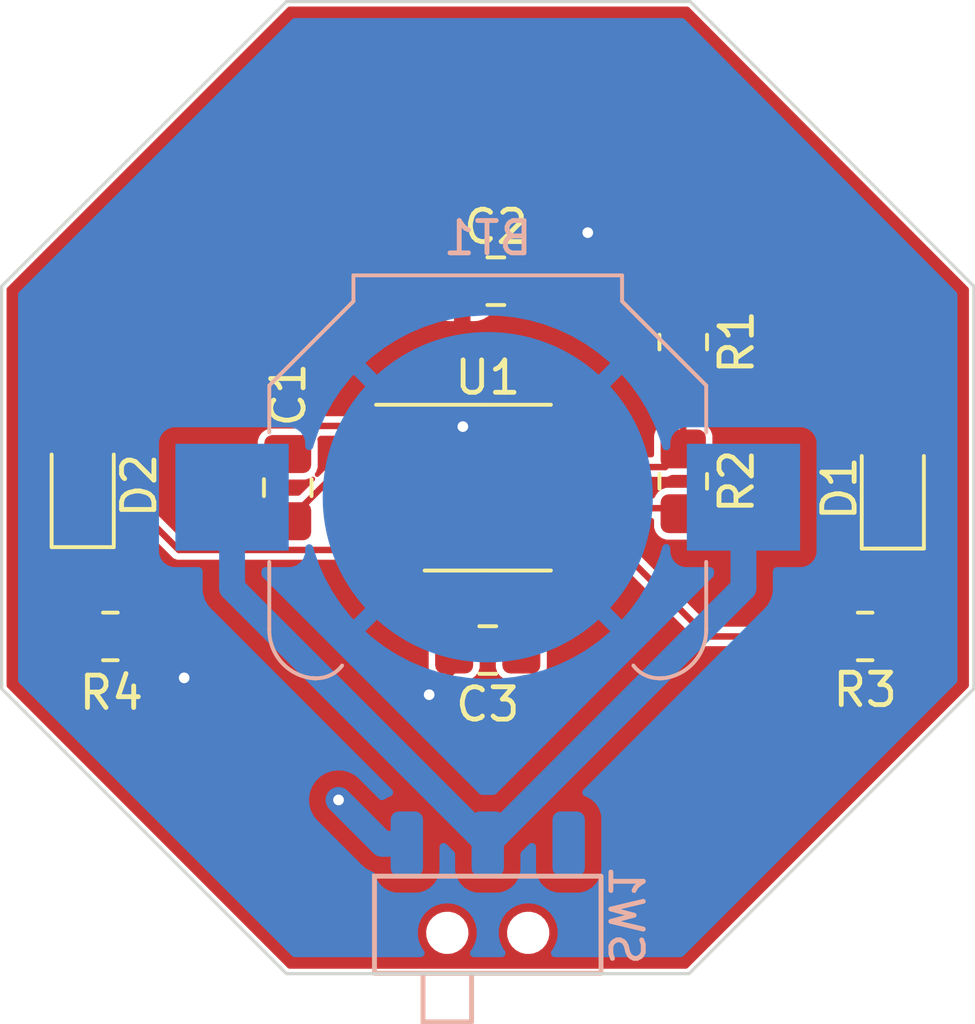
<source format=kicad_pcb>
(kicad_pcb (version 20211014) (generator pcbnew)
  (layers (0 "F.Cu" signal) (31 "B.Cu" signal) (34 "B.Paste" user) (35 "F.Paste" user) (36 "B.SilkS" user "B.Silkscreen") (37 "F.SilkS" user "F.Silkscreen") (38 "B.Mask" user) (39 "F.Mask" user) (44 "Edge.Cuts" user))
  (net 0 "")
  (net 1 "Net-(BT1-Pad1)")
  (net 2 "GND")
  (net 3 "Net-(C1-Pad1)")
  (net 4 "/VCC")
  (net 5 "Net-(C3-Pad1)")
  (net 6 "Net-(D1-Pad1)")
  (net 7 "Net-(D2-Pad1)")
  (net 8 "Net-(D2-Pad2)")
  (net 9 "Net-(R1-Pad2)")
  (footprint "Resistor_SMD:R_0805_2012Metric_Pad1.20x1.40mm_HandSolder" (layer "F.Cu") (at 204.71 58.29 180)
    (fp_text reference "R3" (at 0 -1.65) (layer "F.SilkS"))
    (fp_text value "200Ω")
    (fp_line (start -0.227064 0.735) (end 0.227064 0.735) (layer "F.SilkS") (width 0.12))
    (fp_line (start -0.227064 -0.735) (end 0.227064 -0.735) (layer "F.SilkS") (width 0.12))
    (pad "1" smd roundrect (at -1 0 180) (size 1.2 1.4) (layers "F.Cu" "F.Paste" "F.Mask") (roundrect_rratio 0.208333) (net 6 "Net-(D1-Pad1)"))
    (pad "2" smd roundrect (at 1 0 180) (size 1.2 1.4) (layers "F.Cu" "F.Paste" "F.Mask") (roundrect_rratio 0.208333) (net 8 "Net-(D2-Pad2)"))
  )
  (footprint "Capacitor_SMD:C_0805_2012Metric_Pad1.18x1.45mm_HandSolder" (layer "F.Cu") (at 186.87 53.695 90)
    (fp_text reference "C1" (at 2.87 0.02 90) (layer "F.SilkS"))
    (fp_text value "300nF")
    (fp_line (start -0.261252 -0.735) (end 0.261252 -0.735) (layer "F.SilkS") (width 0.12))
    (fp_line (start -0.261252 0.735) (end 0.261252 0.735) (layer "F.SilkS") (width 0.12))
    (pad "1" smd roundrect (at -1.0375 0 90) (size 1.175 1.45) (layers "F.Cu" "F.Paste" "F.Mask") (roundrect_rratio 0.212766) (net 3 "Net-(C1-Pad1)"))
    (pad "2" smd roundrect (at 1.0375 0 90) (size 1.175 1.45) (layers "F.Cu" "F.Paste" "F.Mask") (roundrect_rratio 0.212766) (net 2 "GND"))
  )
  (footprint "Capacitor_SMD:C_0805_2012Metric_Pad1.18x1.45mm_HandSolder" (layer "F.Cu") (at 193.05 58.71 180)
    (fp_text reference "C3" (at 0 -1.68) (layer "F.SilkS"))
    (fp_text value "100nF")
    (fp_line (start -0.261252 -0.735) (end 0.261252 -0.735) (layer "F.SilkS") (width 0.12))
    (fp_line (start -0.261252 0.735) (end 0.261252 0.735) (layer "F.SilkS") (width 0.12))
    (pad "1" smd roundrect (at -1.0375 0 180) (size 1.175 1.45) (layers "F.Cu" "F.Paste" "F.Mask") (roundrect_rratio 0.212766) (net 5 "Net-(C3-Pad1)"))
    (pad "2" smd roundrect (at 1.0375 0 180) (size 1.175 1.45) (layers "F.Cu" "F.Paste" "F.Mask") (roundrect_rratio 0.212766) (net 2 "GND"))
  )
  (footprint "Resistor_SMD:R_0805_2012Metric_Pad1.20x1.40mm_HandSolder" (layer "F.Cu") (at 199.09 49.2 -90)
    (fp_text reference "R1" (at 0 -1.65 90) (layer "F.SilkS"))
    (fp_text value "10kΩ")
    (fp_line (start -0.227064 0.735) (end 0.227064 0.735) (layer "F.SilkS") (width 0.12))
    (fp_line (start -0.227064 -0.735) (end 0.227064 -0.735) (layer "F.SilkS") (width 0.12))
    (pad "1" smd roundrect (at -1 0 270) (size 1.2 1.4) (layers "F.Cu" "F.Paste" "F.Mask") (roundrect_rratio 0.208333) (net 4 "/VCC"))
    (pad "2" smd roundrect (at 1 0 270) (size 1.2 1.4) (layers "F.Cu" "F.Paste" "F.Mask") (roundrect_rratio 0.208333) (net 9 "Net-(R1-Pad2)"))
  )
  (footprint "Resistor_SMD:R_0805_2012Metric_Pad1.20x1.40mm_HandSolder" (layer "F.Cu") (at 181.39 58.29)
    (fp_text reference "R4" (at 0.03 1.74) (layer "F.SilkS"))
    (fp_text value "200Ω")
    (fp_line (start -0.227064 -0.735) (end 0.227064 -0.735) (layer "F.SilkS") (width 0.12))
    (fp_line (start -0.227064 0.735) (end 0.227064 0.735) (layer "F.SilkS") (width 0.12))
    (pad "1" smd roundrect (at -1 0) (size 1.2 1.4) (layers "F.Cu" "F.Paste" "F.Mask") (roundrect_rratio 0.208333) (net 7 "Net-(D2-Pad1)"))
    (pad "2" smd roundrect (at 1 0) (size 1.2 1.4) (layers "F.Cu" "F.Paste" "F.Mask") (roundrect_rratio 0.208333) (net 2 "GND"))
  )
  (footprint "Capacitor_SMD:C_0805_2012Metric_Pad1.18x1.45mm_HandSolder" (layer "F.Cu") (at 193.3 47.32)
    (fp_text reference "C2" (at 0 -1.68) (layer "F.SilkS"))
    (fp_text value "100nF")
    (fp_line (start -0.261252 -0.735) (end 0.261252 -0.735) (layer "F.SilkS") (width 0.12))
    (fp_line (start -0.261252 0.735) (end 0.261252 0.735) (layer "F.SilkS") (width 0.12))
    (pad "1" smd roundrect (at -1.0375 0) (size 1.175 1.45) (layers "F.Cu" "F.Paste" "F.Mask") (roundrect_rratio 0.212766) (net 4 "/VCC"))
    (pad "2" smd roundrect (at 1.0375 0) (size 1.175 1.45) (layers "F.Cu" "F.Paste" "F.Mask") (roundrect_rratio 0.212766) (net 2 "GND"))
  )
  (footprint "LED_SMD:LED_0805_2012Metric_Pad1.15x1.40mm_HandSolder" (layer "F.Cu") (at 180.535 53.6725 90)
    (fp_text reference "D2" (at 0.0425 1.745 90) (layer "F.SilkS"))
    (fp_text value "LED")
    (fp_line (start -1.86 -0.96) (end -1.86 0.96) (layer "F.SilkS") (width 0.12))
    (fp_line (start 1 -0.96) (end -1.86 -0.96) (layer "F.SilkS") (width 0.12))
    (fp_line (start -1.86 0.96) (end 1 0.96) (layer "F.SilkS") (width 0.12))
    (pad "1" smd roundrect (at -1.025 0 90) (size 1.15 1.4) (layers "F.Cu" "F.Paste" "F.Mask") (roundrect_rratio 0.217391) (net 7 "Net-(D2-Pad1)"))
    (pad "2" smd roundrect (at 1.025 0 90) (size 1.15 1.4) (layers "F.Cu" "F.Paste" "F.Mask") (roundrect_rratio 0.217391) (net 8 "Net-(D2-Pad2)"))
  )
  (footprint "Package_SO:SOIC-8_3.9x4.9mm_P1.27mm" (layer "F.Cu") (at 193.05 53.695)
    (fp_text reference "U1" (at 0 -3.4) (layer "F.SilkS"))
    (fp_text value "TLC551CD‎")
    (fp_line (start 0 2.56) (end 1.95 2.56) (layer "F.SilkS") (width 0.12))
    (fp_line (start 0 -2.56) (end -3.45 -2.56) (layer "F.SilkS") (width 0.12))
    (fp_line (start 0 2.56) (end -1.95 2.56) (layer "F.SilkS") (width 0.12))
    (fp_line (start 0 -2.56) (end 1.95 -2.56) (layer "F.SilkS") (width 0.12))
    (pad "1" smd roundrect (at -2.475 -1.905) (size 1.95 0.6) (layers "F.Cu" "F.Paste" "F.Mask") (net 2 "GND"))
    (pad "2" smd roundrect (at -2.475 -0.635) (size 1.95 0.6) (layers "F.Cu" "F.Paste" "F.Mask") (net 3 "Net-(C1-Pad1)"))
    (pad "3" smd roundrect (at -2.475 0.635) (size 1.95 0.6) (layers "F.Cu" "F.Paste" "F.Mask") (net 8 "Net-(D2-Pad2)"))
    (pad "4" smd roundrect (at -2.475 1.905) (size 1.95 0.6) (layers "F.Cu" "F.Paste" "F.Mask") (net 4 "/VCC"))
    (pad "5" smd roundrect (at 2.475 1.905) (size 1.95 0.6) (layers "F.Cu" "F.Paste" "F.Mask") (net 5 "Net-(C3-Pad1)"))
    (pad "6" smd roundrect (at 2.475 0.635) (size 1.95 0.6) (layers "F.Cu" "F.Paste" "F.Mask") (net 3 "Net-(C1-Pad1)"))
    (pad "7" smd roundrect (at 2.475 -0.635) (size 1.95 0.6) (layers "F.Cu" "F.Paste" "F.Mask") (net 9 "Net-(R1-Pad2)"))
    (pad "8" smd roundrect (at 2.475 -1.905) (size 1.95 0.6) (layers "F.Cu" "F.Paste" "F.Mask") (net 4 "/VCC"))
  )
  (footprint "Resistor_SMD:R_0805_2012Metric_Pad1.20x1.40mm_HandSolder" (layer "F.Cu") (at 199.09 53.5 -90)
    (fp_text reference "R2" (at 0 -1.65 90) (layer "F.SilkS"))
    (fp_text value "1MΩ")
    (fp_line (start -0.227064 -0.735) (end 0.227064 -0.735) (layer "F.SilkS") (width 0.12))
    (fp_line (start -0.227064 0.735) (end 0.227064 0.735) (layer "F.SilkS") (width 0.12))
    (pad "1" smd roundrect (at -1 0 270) (size 1.2 1.4) (layers "F.Cu" "F.Paste" "F.Mask") (roundrect_rratio 0.208333) (net 9 "Net-(R1-Pad2)"))
    (pad "2" smd roundrect (at 1 0 270) (size 1.2 1.4) (layers "F.Cu" "F.Paste" "F.Mask") (roundrect_rratio 0.208333) (net 3 "Net-(C1-Pad1)"))
  )
  (footprint "LED_SMD:LED_0805_2012Metric_Pad1.15x1.40mm_HandSolder" (layer "F.Cu") (at 205.565 53.7175 90)
    (fp_text reference "D1" (at 0 -1.65 90) (layer "F.SilkS"))
    (fp_text value "LED")
    (fp_line (start -1.86 0.96) (end 1 0.96) (layer "F.SilkS") (width 0.12))
    (fp_line (start 1 -0.96) (end -1.86 -0.96) (layer "F.SilkS") (width 0.12))
    (fp_line (start -1.86 -0.96) (end -1.86 0.96) (layer "F.SilkS") (width 0.12))
    (pad "1" smd roundrect (at -1.025 0 90) (size 1.15 1.4) (layers "F.Cu" "F.Paste" "F.Mask") (roundrect_rratio 0.217391) (net 6 "Net-(D1-Pad1)"))
    (pad "2" smd roundrect (at 1.025 0 90) (size 1.15 1.4) (layers "F.Cu" "F.Paste" "F.Mask") (roundrect_rratio 0.217391) (net 4 "/VCC"))
  )
  (footprint "Blinky_ZAM:SSK-1202" (layer "B.Cu") (at 193.05 64.6944)
    (property "Reference" "SW?")
    (property "Value" "SW_SPDT")
    (fp_text reference "SW1" (at 4.26 2.2056 270 unlocked) (layer "B.SilkS") (effects (justify mirror)))
    (fp_text value "SW_SPDT")
    (fp_rect (start -3.500001 1) (end 3.500001 4) (layer "B.SilkS") (width 0.1524) (fill none))
    (fp_rect (start -2 5.499999) (end -0.5 4) (layer "B.SilkS") (width 0.1524) (fill none))
    (pad "" np_thru_hole circle (at -1.25 2.75) (size 0.8 0.8) (drill 0.8) (layers F&B.Cu *.Mask))
    (pad "" np_thru_hole circle (at 1.25 2.75) (size 0.8 0.8) (drill 0.8) (layers F&B.Cu *.Mask))
    (pad "1" smd roundrect (at -2.5 0) (size 1 2) (layers "B.Cu" "B.Paste" "B.Mask") (net 4 "/VCC"))
    (pad "2" smd roundrect (at 0 0) (size 1 2) (layers "B.Cu" "B.Paste" "B.Mask") (net 1 "Net-(BT1-Pad1)"))
    (pad "3" smd roundrect (at 2.5 0) (size 1 2) (layers "B.Cu" "B.Paste" "B.Mask"))
  )
  (footprint "Battery:BatteryHolder_Keystone_3000_1x12mm" (layer "B.Cu") (at 193.05 53.99 180)
    (fp_text reference "BT1" (at 0 8) (layer "B.SilkS") (effects (justify mirror)))
    (fp_text value "Battery_Cell")
    (fp_line (start 6.75 3.45) (end 6.75 2) (layer "B.SilkS") (width 0.12))
    (fp_line (start -6.75 3.45) (end -4.15 6.05) (layer "B.SilkS") (width 0.12))
    (fp_line (start 4.15 6.85) (end 4.15 6.05) (layer "B.SilkS") (width 0.12))
    (fp_line (start -4.15 6.05) (end -4.15 6.85) (layer "B.SilkS") (width 0.12))
    (fp_line (start -6.75 -2) (end -6.75 -4.1) (layer "B.SilkS") (width 0.12))
    (fp_line (start -6.75 2) (end -6.75 3.45) (layer "B.SilkS") (width 0.12))
    (fp_line (start 4.15 6.05) (end 6.75 3.45) (layer "B.SilkS") (width 0.12))
    (fp_line (start -4.15 6.85) (end 4.15 6.85) (layer "B.SilkS") (width 0.12))
    (fp_line (start 6.75 -2) (end 6.75 -4.1) (layer "B.SilkS") (width 0.12))
    (fp_arc (start 4.5 -5.2) (mid 4.90584 -5.514615) (end 5.414615 -5.58416) (layer "B.SilkS") (width 0.12))
    (fp_arc (start 5.3 -5.6) (mid 6.346016 -5.125305) (end 6.75 -4.05) (layer "B.SilkS") (width 0.12))
    (fp_arc (start -6.75 -4.05) (mid -6.346016 -5.125305) (end -5.3 -5.6) (layer "B.SilkS") (width 0.12))
    (fp_arc (start -5.414615 -5.58416) (mid -4.90584 -5.514615) (end -4.5 -5.2) (layer "B.SilkS") (width 0.12))
    (pad "1" smd rect (at 7.9 0 180) (size 3.5 3.3) (layers "B.Cu" "B.Paste" "B.Mask") (net 1 "Net-(BT1-Pad1)"))
    (pad "1" smd rect (at -7.9 0 180) (size 3.5 3.3) (layers "B.Cu" "B.Paste" "B.Mask") (net 1 "Net-(BT1-Pad1)"))
    (pad "2" smd circle (at 0 0 180) (size 10.2 10.2) (layers "B.Cu" "B.Mask") (net 2 "GND"))
  )
  (gr_poly (pts (xy 208.07 47.475) (xy 208.07 59.905) (xy 199.27 68.705) (xy 186.83 68.705) (xy 178.03 59.905) (xy 178.03 47.475) (xy 186.83 38.685) (xy 199.31 38.685)) (layer "Edge.Cuts") (width 0.1) (fill none))
  (segment (start 193.05 64.6944) (end 185.15 56.7944) (width 0.8) (layer "B.Cu") (net 1))
  (segment (start 193.05 64.6944) (end 200.95 56.7944) (width 0.8) (layer "B.Cu") (net 1))
  (segment (start 200.95 56.7944) (end 200.95 53.99) (width 0.8) (layer "B.Cu") (net 1))
  (segment (start 185.15 56.7944) (end 185.15 53.99) (width 0.8) (layer "B.Cu") (net 1))
  (segment (start 194.3375 47.32) (end 194.64 47.32) (width 0.4) (layer "F.Cu") (net 2))
  (segment (start 192.0125 58.71) (end 192.0125 59.3175) (width 0.2) (layer "F.Cu") (net 2))
  (segment (start 192.0125 59.3175) (end 191.24 60.09) (width 0.2) (layer "F.Cu") (net 2))
  (segment (start 192.26 51.79) (end 192.28 51.81) (width 0.2) (layer "F.Cu") (net 2))
  (segment (start 194.64 47.32) (end 196.14 45.82) (width 0.4) (layer "F.Cu") (net 2))
  (segment (start 182.39 58.29) (end 183.67 59.57) (width 0.4) (layer "F.Cu") (net 2))
  (segment (start 187.7375 51.79) (end 190.575 51.79) (width 0.2) (layer "F.Cu") (net 2))
  (segment (start 190.575 51.79) (end 192.26 51.79) (width 0.2) (layer "F.Cu") (net 2))
  (segment (start 186.87 52.6575) (end 187.7375 51.79) (width 0.2) (layer "F.Cu") (net 2))
  (via (at 192.28 51.81) (size 0.4) (drill 0.3302) (layers "F.Cu" "B.Cu") (net 2))
  (via (at 183.67 59.57) (size 0.4) (drill 0.3302) (layers "F.Cu" "B.Cu") (net 2))
  (via (at 196.14 45.82) (size 0.4) (drill 0.3302) (layers "F.Cu" "B.Cu") (net 2))
  (via (at 191.24 60.09) (size 0.4) (drill 0.3302) (layers "F.Cu" "B.Cu") (net 2))
  (segment (start 190.575 53.06) (end 188.5425 53.06) (width 0.2) (layer "F.Cu") (net 3))
  (segment (start 198.92 54.33) (end 199.09 54.5) (width 0.2) (layer "F.Cu") (net 3))
  (segment (start 190.575 53.06) (end 191.17452 53.65952) (width 0.2) (layer "F.Cu") (net 3))
  (segment (start 194.85452 53.65952) (end 195.525 54.33) (width 0.2) (layer "F.Cu") (net 3))
  (segment (start 188.5425 53.06) (end 186.87 54.7325) (width 0.2) (layer "F.Cu") (net 3))
  (segment (start 191.17452 53.65952) (end 194.85452 53.65952) (width 0.2) (layer "F.Cu") (net 3))
  (segment (start 195.525 54.33) (end 198.92 54.33) (width 0.2) (layer "F.Cu") (net 3))
  (via (at 188.44 63.34) (size 0.4) (drill 0.3302) (layers "F.Cu" "B.Cu") (net 4))
  (segment (start 189.7944 64.6944) (end 188.44 63.34) (width 0.8) (layer "B.Cu") (net 4))
  (segment (start 190.55 64.6944) (end 189.7944 64.6944) (width 0.8) (layer "B.Cu") (net 4))
  (segment (start 194.0875 58.71) (end 195.525 57.2725) (width 0.2) (layer "F.Cu") (net 5))
  (segment (start 195.525 57.2725) (end 195.525 55.6) (width 0.2) (layer "F.Cu") (net 5))
  (segment (start 205.565 54.7425) (end 205.565 58.145) (width 0.2) (layer "F.Cu") (net 6))
  (segment (start 205.565 58.145) (end 205.71 58.29) (width 0.2) (layer "F.Cu") (net 6))
  (segment (start 180.535 58.145) (end 180.535 54.6975) (width 0.2) (layer "F.Cu") (net 7))
  (segment (start 180.39 58.29) (end 180.535 58.145) (width 0.2) (layer "F.Cu") (net 7))
  (segment (start 203.71 58.29) (end 199.825717 58.29) (width 0.2) (layer "F.Cu") (net 8))
  (segment (start 196.465717 54.93) (end 191.175 54.93) (width 0.2) (layer "F.Cu") (net 8))
  (segment (start 183.50702 55.61952) (end 188.27048 55.61952) (width 0.2) (layer "F.Cu") (net 8))
  (segment (start 188.27048 55.61952) (end 189.56 54.33) (width 0.2) (layer "F.Cu") (net 8))
  (segment (start 189.56 54.33) (end 190.575 54.33) (width 0.2) (layer "F.Cu") (net 8))
  (segment (start 199.825717 58.29) (end 196.465717 54.93) (width 0.2) (layer "F.Cu") (net 8))
  (segment (start 191.175 54.93) (end 190.575 54.33) (width 0.2) (layer "F.Cu") (net 8))
  (segment (start 180.535 52.6475) (end 183.50702 55.61952) (width 0.2) (layer "F.Cu") (net 8))
  (segment (start 199.09 50.2) (end 199.09 52.5) (width 0.2) (layer "F.Cu") (net 9))
  (segment (start 198.53 53.06) (end 195.525 53.06) (width 0.2) (layer "F.Cu") (net 9))
  (segment (start 199.09 52.5) (end 198.53 53.06) (width 0.2) (layer "F.Cu") (net 9))
  (zone (net 4) (net_name "/VCC") (layer "F.Cu") (connect_pads (clearance 0.1524)) (min_thickness 0.1524) (fill yes (thermal_gap 0.508) (thermal_bridge_width 0.508))
    (polygon (pts (xy 208.07 47.47) (xy 208.07 59.91) (xy 199.26 68.71) (xy 186.83 68.7) (xy 178.03 59.9) (xy 178.03 47.47) (xy 186.83 38.68) (xy 199.31 38.68)))
  )
  (zone (net 2) (net_name "GND") (layer "B.Cu") (connect_pads (clearance 0.508)) (min_thickness 0.254) (fill yes (thermal_gap 0.508) (thermal_bridge_width 0.508))
    (polygon (pts (xy 208.07 47.47) (xy 208.07 59.89) (xy 199.27 68.71) (xy 186.84 68.7) (xy 178.03 59.91) (xy 178.03 47.47) (xy 186.83 38.69) (xy 199.31 38.68)))
  )
)
</source>
